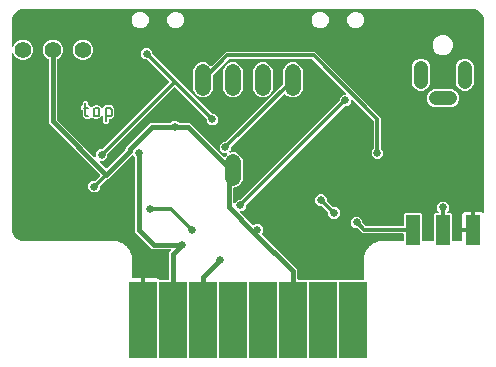
<source format=gbr>
G04 EAGLE Gerber RS-274X export*
G75*
%MOMM*%
%FSLAX34Y34*%
%LPD*%
%INTop Copper*%
%IPPOS*%
%AMOC8*
5,1,8,0,0,1.08239X$1,22.5*%
G01*
%ADD10C,0.152400*%
%ADD11C,1.208000*%
%ADD12C,1.400000*%
%ADD13C,1.320800*%
%ADD14R,1.270000X2.540000*%
%ADD15R,2.400000X6.502400*%
%ADD16C,0.304800*%
%ADD17C,0.406400*%
%ADD18C,0.654800*%

G36*
X610382Y228617D02*
X610382Y228617D01*
X610401Y228615D01*
X610503Y228637D01*
X610605Y228653D01*
X610622Y228663D01*
X610642Y228667D01*
X610731Y228720D01*
X610822Y228768D01*
X610836Y228783D01*
X610853Y228793D01*
X610920Y228872D01*
X610991Y228947D01*
X611000Y228965D01*
X611013Y228980D01*
X611052Y229076D01*
X611095Y229170D01*
X611097Y229190D01*
X611105Y229208D01*
X611123Y229375D01*
X611123Y263665D01*
X621934Y263665D01*
X622581Y263492D01*
X623160Y263158D01*
X623445Y262872D01*
X623519Y262819D01*
X623589Y262760D01*
X623619Y262748D01*
X623645Y262729D01*
X623732Y262702D01*
X623817Y262668D01*
X623858Y262663D01*
X623880Y262656D01*
X623912Y262657D01*
X623984Y262649D01*
X631000Y262649D01*
X631019Y262653D01*
X631039Y262650D01*
X631140Y262672D01*
X631242Y262689D01*
X631260Y262698D01*
X631279Y262703D01*
X631368Y262756D01*
X631460Y262804D01*
X631473Y262819D01*
X631490Y262829D01*
X631558Y262908D01*
X631629Y262983D01*
X631637Y263001D01*
X631650Y263016D01*
X631689Y263112D01*
X631733Y263206D01*
X631735Y263225D01*
X631742Y263244D01*
X631761Y263411D01*
X631761Y285953D01*
X633051Y287244D01*
X633093Y287302D01*
X633142Y287354D01*
X633164Y287401D01*
X633195Y287443D01*
X633216Y287512D01*
X633246Y287577D01*
X633252Y287629D01*
X633267Y287679D01*
X633265Y287750D01*
X633273Y287821D01*
X633262Y287872D01*
X633261Y287924D01*
X633236Y287992D01*
X633221Y288062D01*
X633194Y288107D01*
X633176Y288155D01*
X633131Y288211D01*
X633095Y288273D01*
X633055Y288307D01*
X633023Y288347D01*
X632962Y288386D01*
X632908Y288433D01*
X632860Y288452D01*
X632816Y288480D01*
X632746Y288498D01*
X632680Y288525D01*
X632608Y288533D01*
X632577Y288541D01*
X632554Y288539D01*
X632513Y288543D01*
X617652Y288543D01*
X602868Y303327D01*
X602868Y366342D01*
X602854Y366433D01*
X602846Y366523D01*
X602834Y366553D01*
X602829Y366585D01*
X602786Y366666D01*
X602750Y366750D01*
X602724Y366782D01*
X602713Y366803D01*
X602690Y366825D01*
X602645Y366881D01*
X601599Y367928D01*
X601595Y367937D01*
X601587Y367989D01*
X601553Y368052D01*
X601528Y368119D01*
X601496Y368160D01*
X601471Y368206D01*
X601419Y368255D01*
X601375Y368311D01*
X601331Y368340D01*
X601293Y368375D01*
X601228Y368406D01*
X601168Y368444D01*
X601117Y368457D01*
X601070Y368479D01*
X600999Y368487D01*
X600929Y368505D01*
X600877Y368500D01*
X600826Y368506D01*
X600755Y368491D01*
X600684Y368485D01*
X600636Y368465D01*
X600585Y368454D01*
X600524Y368417D01*
X600458Y368389D01*
X600402Y368344D01*
X600374Y368328D01*
X600359Y368310D01*
X600327Y368284D01*
X580117Y348075D01*
X579714Y348075D01*
X579624Y348060D01*
X579533Y348053D01*
X579503Y348040D01*
X579471Y348035D01*
X579390Y347992D01*
X579307Y347956D01*
X579274Y347931D01*
X579254Y347920D01*
X579232Y347896D01*
X579176Y347852D01*
X573347Y342023D01*
X573294Y341949D01*
X573234Y341879D01*
X573222Y341849D01*
X573203Y341823D01*
X573176Y341736D01*
X573142Y341651D01*
X573138Y341610D01*
X573131Y341588D01*
X573132Y341556D01*
X573124Y341484D01*
X573124Y339325D01*
X570313Y336514D01*
X566337Y336514D01*
X563526Y339325D01*
X563526Y343300D01*
X566337Y346111D01*
X568497Y346111D01*
X568587Y346126D01*
X568678Y346133D01*
X568708Y346146D01*
X568740Y346151D01*
X568820Y346194D01*
X568904Y346229D01*
X568936Y346255D01*
X568957Y346266D01*
X568979Y346289D01*
X569035Y346334D01*
X573435Y350734D01*
X573446Y350750D01*
X573462Y350762D01*
X573518Y350850D01*
X573578Y350933D01*
X573584Y350952D01*
X573595Y350969D01*
X573620Y351070D01*
X573651Y351169D01*
X573650Y351189D01*
X573655Y351208D01*
X573647Y351311D01*
X573644Y351414D01*
X573637Y351433D01*
X573636Y351453D01*
X573595Y351548D01*
X573560Y351645D01*
X573547Y351661D01*
X573540Y351679D01*
X573435Y351810D01*
X529843Y395402D01*
X529843Y448938D01*
X529824Y449052D01*
X529807Y449168D01*
X529805Y449174D01*
X529804Y449180D01*
X529749Y449283D01*
X529696Y449388D01*
X529691Y449392D01*
X529688Y449398D01*
X529604Y449478D01*
X529520Y449560D01*
X529514Y449564D01*
X529510Y449567D01*
X529493Y449575D01*
X529373Y449641D01*
X528571Y449973D01*
X526173Y452371D01*
X524875Y455504D01*
X524875Y458896D01*
X526173Y462029D01*
X528571Y464427D01*
X531704Y465725D01*
X535096Y465725D01*
X538229Y464427D01*
X540627Y462029D01*
X541925Y458896D01*
X541925Y455504D01*
X540627Y452371D01*
X538229Y449973D01*
X537427Y449641D01*
X537327Y449579D01*
X537227Y449519D01*
X537223Y449515D01*
X537218Y449511D01*
X537143Y449421D01*
X537067Y449332D01*
X537065Y449327D01*
X537061Y449322D01*
X537019Y449213D01*
X536975Y449104D01*
X536974Y449097D01*
X536973Y449092D01*
X536972Y449074D01*
X536957Y448938D01*
X536957Y398664D01*
X536971Y398573D01*
X536979Y398483D01*
X536991Y398453D01*
X536996Y398421D01*
X537039Y398340D01*
X537075Y398256D01*
X537101Y398224D01*
X537112Y398203D01*
X537135Y398181D01*
X537180Y398125D01*
X568577Y366728D01*
X568635Y366686D01*
X568687Y366637D01*
X568734Y366615D01*
X568776Y366585D01*
X568845Y366564D01*
X568910Y366533D01*
X568962Y366528D01*
X569012Y366512D01*
X569083Y366514D01*
X569154Y366506D01*
X569205Y366517D01*
X569257Y366519D01*
X569325Y366543D01*
X569395Y366559D01*
X569440Y366585D01*
X569488Y366603D01*
X569544Y366648D01*
X569606Y366685D01*
X569640Y366724D01*
X569680Y366757D01*
X569719Y366817D01*
X569766Y366872D01*
X569785Y366920D01*
X569813Y366964D01*
X569831Y367033D01*
X569858Y367100D01*
X569866Y367171D01*
X569874Y367202D01*
X569872Y367226D01*
X569876Y367267D01*
X569876Y370288D01*
X572687Y373099D01*
X574847Y373099D01*
X574937Y373113D01*
X575028Y373121D01*
X575058Y373133D01*
X575090Y373138D01*
X575170Y373181D01*
X575254Y373217D01*
X575286Y373243D01*
X575307Y373254D01*
X575329Y373277D01*
X575385Y373322D01*
X631738Y429674D01*
X631749Y429690D01*
X631765Y429703D01*
X631821Y429790D01*
X631881Y429874D01*
X631887Y429893D01*
X631898Y429910D01*
X631923Y430010D01*
X631954Y430109D01*
X631953Y430129D01*
X631958Y430148D01*
X631950Y430251D01*
X631947Y430355D01*
X631940Y430374D01*
X631939Y430394D01*
X631898Y430488D01*
X631863Y430586D01*
X631850Y430602D01*
X631842Y430620D01*
X631738Y430751D01*
X613485Y449003D01*
X613411Y449056D01*
X613342Y449116D01*
X613312Y449128D01*
X613285Y449147D01*
X613198Y449174D01*
X613114Y449208D01*
X613073Y449212D01*
X613050Y449219D01*
X613018Y449218D01*
X612947Y449226D01*
X610787Y449226D01*
X607976Y452037D01*
X607976Y456013D01*
X610787Y458824D01*
X614763Y458824D01*
X617574Y456013D01*
X617574Y453853D01*
X617588Y453763D01*
X617596Y453672D01*
X617608Y453642D01*
X617613Y453610D01*
X617656Y453530D01*
X617692Y453446D01*
X617718Y453414D01*
X617729Y453393D01*
X617752Y453371D01*
X617797Y453315D01*
X667627Y403484D01*
X667701Y403431D01*
X667771Y403372D01*
X667801Y403359D01*
X667827Y403341D01*
X667914Y403314D01*
X667999Y403280D01*
X668040Y403275D01*
X668062Y403268D01*
X668094Y403269D01*
X668166Y403261D01*
X670325Y403261D01*
X673136Y400450D01*
X673136Y396475D01*
X670325Y393664D01*
X666350Y393664D01*
X663539Y396475D01*
X663539Y398634D01*
X663524Y398724D01*
X663517Y398815D01*
X663504Y398845D01*
X663499Y398877D01*
X663456Y398958D01*
X663421Y399042D01*
X663395Y399074D01*
X663384Y399094D01*
X663361Y399117D01*
X663316Y399173D01*
X637126Y425363D01*
X637110Y425374D01*
X637097Y425390D01*
X637010Y425446D01*
X636926Y425506D01*
X636907Y425512D01*
X636890Y425523D01*
X636790Y425548D01*
X636691Y425579D01*
X636671Y425578D01*
X636652Y425583D01*
X636549Y425575D01*
X636445Y425572D01*
X636426Y425565D01*
X636407Y425564D01*
X636312Y425523D01*
X636214Y425488D01*
X636198Y425475D01*
X636180Y425467D01*
X636049Y425363D01*
X579697Y369010D01*
X579644Y368936D01*
X579584Y368867D01*
X579572Y368837D01*
X579553Y368810D01*
X579526Y368723D01*
X579492Y368639D01*
X579488Y368598D01*
X579481Y368575D01*
X579482Y368543D01*
X579474Y368472D01*
X579474Y366312D01*
X576663Y363501D01*
X573642Y363501D01*
X573571Y363490D01*
X573499Y363488D01*
X573450Y363470D01*
X573399Y363462D01*
X573336Y363428D01*
X573268Y363403D01*
X573227Y363371D01*
X573181Y363346D01*
X573132Y363295D01*
X573076Y363250D01*
X573048Y363206D01*
X573012Y363168D01*
X572982Y363103D01*
X572943Y363043D01*
X572930Y362992D01*
X572908Y362945D01*
X572900Y362874D01*
X572883Y362804D01*
X572887Y362752D01*
X572881Y362701D01*
X572897Y362630D01*
X572902Y362559D01*
X572922Y362511D01*
X572934Y362460D01*
X572970Y362399D01*
X572998Y362333D01*
X573043Y362277D01*
X573060Y362249D01*
X573078Y362234D01*
X573103Y362202D01*
X578105Y357200D01*
X578122Y357188D01*
X578134Y357172D01*
X578221Y357116D01*
X578305Y357056D01*
X578324Y357050D01*
X578341Y357039D01*
X578442Y357014D01*
X578540Y356984D01*
X578560Y356984D01*
X578580Y356979D01*
X578682Y356987D01*
X578786Y356990D01*
X578805Y356997D01*
X578825Y356998D01*
X578919Y357039D01*
X579017Y357074D01*
X579033Y357087D01*
X579051Y357095D01*
X579182Y357200D01*
X594708Y372725D01*
X594752Y372786D01*
X594786Y372823D01*
X594793Y372836D01*
X594820Y372869D01*
X594833Y372899D01*
X594851Y372925D01*
X594878Y373012D01*
X594912Y373097D01*
X594917Y373138D01*
X594924Y373160D01*
X594923Y373192D01*
X594931Y373264D01*
X594931Y374536D01*
X613758Y393363D01*
X616064Y395669D01*
X633042Y395669D01*
X633133Y395684D01*
X633223Y395691D01*
X633253Y395704D01*
X633285Y395709D01*
X633366Y395752D01*
X633450Y395787D01*
X633482Y395813D01*
X633503Y395824D01*
X633525Y395847D01*
X633581Y395892D01*
X634600Y396911D01*
X638575Y396911D01*
X639594Y395892D01*
X639668Y395839D01*
X639738Y395780D01*
X639768Y395768D01*
X639794Y395749D01*
X639881Y395722D01*
X639966Y395688D01*
X640007Y395683D01*
X640029Y395676D01*
X640061Y395677D01*
X640132Y395669D01*
X649173Y395669D01*
X677933Y366909D01*
X677949Y366898D01*
X677962Y366882D01*
X678049Y366826D01*
X678133Y366766D01*
X678152Y366760D01*
X678169Y366749D01*
X678269Y366724D01*
X678368Y366693D01*
X678388Y366694D01*
X678407Y366689D01*
X678510Y366697D01*
X678614Y366700D01*
X678633Y366707D01*
X678652Y366708D01*
X678747Y366749D01*
X678845Y366784D01*
X678860Y366797D01*
X678879Y366805D01*
X679010Y366909D01*
X680652Y368552D01*
X680694Y368610D01*
X680743Y368662D01*
X680765Y368709D01*
X680796Y368751D01*
X680817Y368820D01*
X680847Y368885D01*
X680853Y368937D01*
X680868Y368987D01*
X680866Y369058D01*
X680874Y369129D01*
X680863Y369180D01*
X680862Y369232D01*
X680837Y369300D01*
X680822Y369370D01*
X680795Y369414D01*
X680777Y369463D01*
X680732Y369519D01*
X680695Y369581D01*
X680656Y369615D01*
X680623Y369655D01*
X680563Y369694D01*
X680509Y369741D01*
X680460Y369760D01*
X680416Y369788D01*
X680347Y369806D01*
X680280Y369833D01*
X680209Y369841D01*
X680178Y369849D01*
X680155Y369847D01*
X680114Y369851D01*
X677462Y369851D01*
X674651Y372662D01*
X674651Y376638D01*
X677462Y379449D01*
X679622Y379449D01*
X679712Y379463D01*
X679803Y379471D01*
X679833Y379483D01*
X679865Y379488D01*
X679945Y379531D01*
X680029Y379567D01*
X680061Y379593D01*
X680082Y379604D01*
X680104Y379627D01*
X680160Y379672D01*
X728248Y427760D01*
X728301Y427834D01*
X728361Y427903D01*
X728373Y427933D01*
X728392Y427960D01*
X728419Y428047D01*
X728453Y428131D01*
X728457Y428172D01*
X728464Y428195D01*
X728463Y428227D01*
X728471Y428298D01*
X728471Y440021D01*
X729709Y443009D01*
X731995Y445295D01*
X734983Y446533D01*
X738217Y446533D01*
X741205Y445295D01*
X743491Y443009D01*
X744729Y440021D01*
X744729Y423579D01*
X743491Y420591D01*
X741205Y418305D01*
X738217Y417067D01*
X734983Y417067D01*
X731995Y418305D01*
X730244Y420056D01*
X730228Y420068D01*
X730216Y420083D01*
X730128Y420139D01*
X730044Y420200D01*
X730025Y420205D01*
X730009Y420216D01*
X729908Y420242D01*
X729809Y420272D01*
X729789Y420271D01*
X729770Y420276D01*
X729667Y420268D01*
X729563Y420266D01*
X729545Y420259D01*
X729525Y420257D01*
X729430Y420217D01*
X729332Y420181D01*
X729317Y420169D01*
X729299Y420161D01*
X729168Y420056D01*
X684472Y375360D01*
X684419Y375286D01*
X684359Y375217D01*
X684347Y375187D01*
X684328Y375160D01*
X684301Y375073D01*
X684267Y374989D01*
X684263Y374948D01*
X684256Y374925D01*
X684257Y374893D01*
X684249Y374822D01*
X684249Y372662D01*
X683024Y371438D01*
X682968Y371359D01*
X682905Y371284D01*
X682896Y371259D01*
X682881Y371238D01*
X682852Y371145D01*
X682817Y371054D01*
X682816Y371028D01*
X682808Y371003D01*
X682811Y370906D01*
X682807Y370809D01*
X682814Y370783D01*
X682815Y370757D01*
X682848Y370666D01*
X682875Y370572D01*
X682890Y370551D01*
X682899Y370526D01*
X682960Y370450D01*
X683016Y370370D01*
X683037Y370355D01*
X683053Y370334D01*
X683135Y370282D01*
X683213Y370223D01*
X683238Y370215D01*
X683260Y370201D01*
X683354Y370177D01*
X683447Y370147D01*
X683473Y370148D01*
X683498Y370141D01*
X683595Y370149D01*
X683693Y370150D01*
X683724Y370159D01*
X683744Y370160D01*
X683774Y370173D01*
X683854Y370196D01*
X684183Y370333D01*
X687417Y370333D01*
X690405Y369095D01*
X692691Y366809D01*
X693929Y363821D01*
X693929Y347379D01*
X692691Y344391D01*
X690405Y342105D01*
X687417Y340867D01*
X686943Y340867D01*
X686923Y340864D01*
X686904Y340866D01*
X686802Y340844D01*
X686700Y340828D01*
X686683Y340818D01*
X686663Y340814D01*
X686574Y340761D01*
X686483Y340712D01*
X686469Y340698D01*
X686452Y340688D01*
X686385Y340609D01*
X686313Y340534D01*
X686305Y340516D01*
X686292Y340501D01*
X686253Y340405D01*
X686210Y340311D01*
X686208Y340291D01*
X686200Y340273D01*
X686182Y340106D01*
X686182Y328093D01*
X686193Y328023D01*
X686195Y327951D01*
X686213Y327902D01*
X686221Y327851D01*
X686255Y327787D01*
X686280Y327720D01*
X686312Y327679D01*
X686337Y327633D01*
X686389Y327584D01*
X686433Y327528D01*
X686477Y327500D01*
X686515Y327464D01*
X686580Y327434D01*
X686640Y327395D01*
X686691Y327382D01*
X686738Y327360D01*
X686809Y327352D01*
X686879Y327335D01*
X686931Y327339D01*
X686982Y327333D01*
X687053Y327348D01*
X687124Y327354D01*
X687172Y327374D01*
X687223Y327385D01*
X687284Y327422D01*
X687350Y327450D01*
X687406Y327495D01*
X687434Y327512D01*
X687449Y327529D01*
X687481Y327555D01*
X690162Y330236D01*
X692322Y330236D01*
X692412Y330251D01*
X692503Y330258D01*
X692533Y330271D01*
X692565Y330276D01*
X692645Y330319D01*
X692729Y330354D01*
X692761Y330380D01*
X692782Y330391D01*
X692804Y330414D01*
X692860Y330459D01*
X776028Y413627D01*
X776081Y413701D01*
X776141Y413771D01*
X776153Y413801D01*
X776172Y413827D01*
X776199Y413914D01*
X776233Y413999D01*
X776237Y414040D01*
X776244Y414062D01*
X776243Y414094D01*
X776251Y414166D01*
X776251Y416325D01*
X779062Y419136D01*
X781214Y419136D01*
X781285Y419148D01*
X781357Y419150D01*
X781406Y419168D01*
X781457Y419176D01*
X781520Y419210D01*
X781588Y419234D01*
X781628Y419267D01*
X781675Y419291D01*
X781724Y419343D01*
X781780Y419388D01*
X781808Y419432D01*
X781844Y419469D01*
X781874Y419534D01*
X781913Y419595D01*
X781926Y419645D01*
X781948Y419692D01*
X781955Y419764D01*
X781973Y419833D01*
X781969Y419885D01*
X781975Y419937D01*
X781959Y420007D01*
X781954Y420078D01*
X781933Y420126D01*
X781922Y420177D01*
X781886Y420239D01*
X781857Y420305D01*
X781813Y420361D01*
X781796Y420388D01*
X781778Y420404D01*
X781753Y420436D01*
X753023Y449166D01*
X752949Y449219D01*
X752879Y449278D01*
X752849Y449291D01*
X752823Y449309D01*
X752736Y449336D01*
X752651Y449370D01*
X752610Y449375D01*
X752588Y449382D01*
X752556Y449381D01*
X752484Y449389D01*
X682616Y449389D01*
X682526Y449374D01*
X682435Y449367D01*
X682405Y449354D01*
X682373Y449349D01*
X682292Y449306D01*
X682208Y449271D01*
X682176Y449245D01*
X682156Y449234D01*
X682144Y449222D01*
X682143Y449221D01*
X682131Y449208D01*
X682077Y449166D01*
X668752Y435840D01*
X668699Y435766D01*
X668639Y435697D01*
X668627Y435667D01*
X668608Y435640D01*
X668581Y435553D01*
X668547Y435469D01*
X668543Y435428D01*
X668536Y435405D01*
X668537Y435373D01*
X668529Y435302D01*
X668529Y423579D01*
X667291Y420591D01*
X665005Y418305D01*
X662017Y417067D01*
X658783Y417067D01*
X655795Y418305D01*
X653509Y420591D01*
X652271Y423579D01*
X652271Y440021D01*
X653509Y443009D01*
X655795Y445295D01*
X658783Y446533D01*
X662017Y446533D01*
X665005Y445295D01*
X666756Y443544D01*
X666772Y443532D01*
X666784Y443517D01*
X666872Y443461D01*
X666956Y443400D01*
X666975Y443395D01*
X666991Y443384D01*
X667092Y443358D01*
X667191Y443328D01*
X667211Y443329D01*
X667230Y443324D01*
X667333Y443332D01*
X667436Y443334D01*
X667455Y443341D01*
X667475Y443343D01*
X667570Y443383D01*
X667668Y443419D01*
X667683Y443431D01*
X667701Y443439D01*
X667832Y443544D01*
X679775Y455486D01*
X755325Y455486D01*
X811086Y399725D01*
X811086Y373941D01*
X811101Y373850D01*
X811108Y373760D01*
X811121Y373730D01*
X811126Y373698D01*
X811169Y373617D01*
X811204Y373533D01*
X811230Y373501D01*
X811241Y373480D01*
X811264Y373458D01*
X811309Y373402D01*
X812836Y371875D01*
X812836Y367900D01*
X810025Y365089D01*
X806050Y365089D01*
X803239Y367900D01*
X803239Y371875D01*
X804766Y373402D01*
X804819Y373476D01*
X804878Y373546D01*
X804891Y373576D01*
X804909Y373602D01*
X804936Y373689D01*
X804970Y373774D01*
X804975Y373815D01*
X804982Y373837D01*
X804981Y373869D01*
X804989Y373941D01*
X804989Y396884D01*
X804974Y396974D01*
X804967Y397065D01*
X804954Y397095D01*
X804949Y397127D01*
X804906Y397208D01*
X804871Y397292D01*
X804845Y397324D01*
X804834Y397344D01*
X804811Y397367D01*
X804766Y397423D01*
X787148Y415040D01*
X787090Y415082D01*
X787038Y415131D01*
X786991Y415153D01*
X786949Y415184D01*
X786880Y415205D01*
X786815Y415235D01*
X786763Y415241D01*
X786713Y415256D01*
X786642Y415254D01*
X786571Y415262D01*
X786520Y415251D01*
X786468Y415250D01*
X786400Y415225D01*
X786330Y415210D01*
X786285Y415183D01*
X786237Y415165D01*
X786181Y415120D01*
X786119Y415084D01*
X786085Y415044D01*
X786045Y415012D01*
X786006Y414951D01*
X785959Y414897D01*
X785940Y414848D01*
X785912Y414805D01*
X785894Y414735D01*
X785867Y414669D01*
X785859Y414597D01*
X785851Y414566D01*
X785853Y414543D01*
X785849Y414502D01*
X785849Y412350D01*
X783038Y409539D01*
X780878Y409539D01*
X780788Y409524D01*
X780697Y409517D01*
X780667Y409504D01*
X780635Y409499D01*
X780555Y409456D01*
X780471Y409421D01*
X780439Y409395D01*
X780418Y409384D01*
X780396Y409361D01*
X780340Y409316D01*
X697172Y326148D01*
X697119Y326074D01*
X697059Y326004D01*
X697047Y325974D01*
X697028Y325948D01*
X697001Y325861D01*
X696967Y325776D01*
X696963Y325735D01*
X696956Y325713D01*
X696957Y325681D01*
X696949Y325609D01*
X696949Y323450D01*
X694138Y320639D01*
X692704Y320639D01*
X692633Y320627D01*
X692562Y320625D01*
X692513Y320607D01*
X692461Y320599D01*
X692398Y320566D01*
X692331Y320541D01*
X692290Y320508D01*
X692244Y320484D01*
X692195Y320432D01*
X692139Y320387D01*
X692110Y320343D01*
X692075Y320306D01*
X692044Y320241D01*
X692006Y320180D01*
X691993Y320130D01*
X691971Y320083D01*
X691963Y320011D01*
X691945Y319942D01*
X691950Y319890D01*
X691944Y319838D01*
X691959Y319768D01*
X691965Y319697D01*
X691985Y319649D01*
X691996Y319598D01*
X692033Y319536D01*
X692061Y319470D01*
X692106Y319414D01*
X692122Y319387D01*
X692140Y319371D01*
X692166Y319339D01*
X702640Y308865D01*
X702656Y308854D01*
X702668Y308838D01*
X702756Y308782D01*
X702839Y308722D01*
X702858Y308716D01*
X702875Y308705D01*
X702976Y308680D01*
X703075Y308649D01*
X703094Y308650D01*
X703114Y308645D01*
X703217Y308653D01*
X703320Y308656D01*
X703339Y308663D01*
X703359Y308664D01*
X703454Y308704D01*
X703551Y308740D01*
X703567Y308753D01*
X703585Y308760D01*
X703716Y308865D01*
X704450Y309599D01*
X708425Y309599D01*
X711236Y306788D01*
X711236Y302812D01*
X710503Y302079D01*
X710491Y302063D01*
X710476Y302050D01*
X710419Y301963D01*
X710359Y301879D01*
X710353Y301860D01*
X710343Y301843D01*
X710317Y301743D01*
X710287Y301644D01*
X710287Y301624D01*
X710282Y301605D01*
X710291Y301502D01*
X710293Y301398D01*
X710300Y301379D01*
X710302Y301360D01*
X710342Y301265D01*
X710378Y301167D01*
X710390Y301151D01*
X710398Y301133D01*
X710503Y301002D01*
X740157Y271348D01*
X740157Y263411D01*
X740160Y263391D01*
X740158Y263371D01*
X740180Y263270D01*
X740196Y263168D01*
X740206Y263150D01*
X740210Y263131D01*
X740263Y263042D01*
X740312Y262951D01*
X740326Y262937D01*
X740336Y262920D01*
X740415Y262852D01*
X740490Y262781D01*
X740508Y262773D01*
X740523Y262760D01*
X740619Y262721D01*
X740713Y262678D01*
X740733Y262675D01*
X740751Y262668D01*
X740918Y262649D01*
X796036Y262649D01*
X796056Y262653D01*
X796075Y262650D01*
X796177Y262672D01*
X796279Y262689D01*
X796296Y262698D01*
X796316Y262703D01*
X796405Y262756D01*
X796496Y262804D01*
X796510Y262819D01*
X796527Y262829D01*
X796594Y262908D01*
X796666Y262983D01*
X796674Y263001D01*
X796687Y263016D01*
X796726Y263112D01*
X796769Y263206D01*
X796771Y263225D01*
X796779Y263244D01*
X796797Y263411D01*
X796797Y282583D01*
X799234Y288465D01*
X800638Y289870D01*
X800691Y289944D01*
X800751Y290013D01*
X800763Y290043D01*
X800782Y290069D01*
X800809Y290156D01*
X800843Y290241D01*
X800847Y290282D01*
X800854Y290304D01*
X800853Y290337D01*
X800861Y290408D01*
X800861Y291339D01*
X801792Y291339D01*
X801882Y291354D01*
X801973Y291361D01*
X802003Y291373D01*
X802035Y291379D01*
X802116Y291421D01*
X802199Y291457D01*
X802232Y291483D01*
X802252Y291494D01*
X802274Y291517D01*
X802330Y291562D01*
X803735Y292966D01*
X809617Y295403D01*
X829564Y295403D01*
X829584Y295406D01*
X829603Y295404D01*
X829705Y295426D01*
X829807Y295442D01*
X829824Y295452D01*
X829844Y295456D01*
X829933Y295509D01*
X830024Y295558D01*
X830038Y295572D01*
X830055Y295582D01*
X830122Y295661D01*
X830194Y295736D01*
X830202Y295754D01*
X830215Y295769D01*
X830254Y295865D01*
X830297Y295959D01*
X830299Y295979D01*
X830307Y295997D01*
X830325Y296164D01*
X830325Y300990D01*
X830322Y301010D01*
X830324Y301029D01*
X830302Y301131D01*
X830286Y301233D01*
X830276Y301250D01*
X830272Y301270D01*
X830219Y301359D01*
X830170Y301450D01*
X830156Y301464D01*
X830146Y301481D01*
X830067Y301548D01*
X829992Y301620D01*
X829974Y301628D01*
X829959Y301641D01*
X829863Y301680D01*
X829769Y301723D01*
X829749Y301725D01*
X829731Y301733D01*
X829564Y301751D01*
X795662Y301751D01*
X791285Y306128D01*
X791211Y306181D01*
X791142Y306241D01*
X791112Y306253D01*
X791085Y306272D01*
X790998Y306299D01*
X790914Y306333D01*
X790873Y306337D01*
X790850Y306344D01*
X790818Y306343D01*
X790747Y306351D01*
X788587Y306351D01*
X785776Y309162D01*
X785776Y313138D01*
X788587Y315949D01*
X792563Y315949D01*
X795374Y313138D01*
X795374Y310978D01*
X795388Y310888D01*
X795396Y310797D01*
X795408Y310767D01*
X795413Y310735D01*
X795456Y310655D01*
X795492Y310571D01*
X795518Y310539D01*
X795529Y310518D01*
X795552Y310496D01*
X795597Y310440D01*
X797965Y308072D01*
X798039Y308019D01*
X798108Y307959D01*
X798138Y307947D01*
X798165Y307928D01*
X798252Y307901D01*
X798336Y307867D01*
X798377Y307863D01*
X798400Y307856D01*
X798432Y307857D01*
X798503Y307849D01*
X829564Y307849D01*
X829584Y307852D01*
X829603Y307850D01*
X829705Y307872D01*
X829807Y307888D01*
X829824Y307898D01*
X829844Y307902D01*
X829933Y307955D01*
X830024Y308004D01*
X830038Y308018D01*
X830055Y308028D01*
X830122Y308107D01*
X830194Y308182D01*
X830202Y308200D01*
X830215Y308215D01*
X830254Y308311D01*
X830297Y308405D01*
X830299Y308425D01*
X830307Y308443D01*
X830325Y308610D01*
X830325Y318132D01*
X831218Y319025D01*
X845182Y319025D01*
X846075Y318132D01*
X846075Y296164D01*
X846078Y296144D01*
X846076Y296125D01*
X846098Y296023D01*
X846114Y295921D01*
X846124Y295904D01*
X846128Y295884D01*
X846181Y295795D01*
X846230Y295704D01*
X846244Y295690D01*
X846254Y295673D01*
X846333Y295606D01*
X846408Y295534D01*
X846426Y295526D01*
X846441Y295513D01*
X846537Y295474D01*
X846631Y295431D01*
X846651Y295429D01*
X846669Y295421D01*
X846836Y295403D01*
X854964Y295403D01*
X854984Y295406D01*
X855003Y295404D01*
X855105Y295426D01*
X855207Y295442D01*
X855224Y295452D01*
X855244Y295456D01*
X855333Y295509D01*
X855424Y295558D01*
X855438Y295572D01*
X855455Y295582D01*
X855522Y295661D01*
X855594Y295736D01*
X855602Y295754D01*
X855615Y295769D01*
X855654Y295865D01*
X855697Y295959D01*
X855699Y295979D01*
X855707Y295997D01*
X855725Y296164D01*
X855725Y318132D01*
X856618Y319025D01*
X859790Y319025D01*
X859810Y319028D01*
X859829Y319026D01*
X859931Y319048D01*
X860033Y319064D01*
X860050Y319074D01*
X860070Y319078D01*
X860159Y319131D01*
X860250Y319180D01*
X860264Y319194D01*
X860281Y319204D01*
X860345Y319279D01*
X860355Y319287D01*
X860362Y319297D01*
X860420Y319358D01*
X860428Y319376D01*
X860441Y319391D01*
X860472Y319469D01*
X860488Y319494D01*
X860495Y319521D01*
X860523Y319581D01*
X860525Y319601D01*
X860533Y319619D01*
X860543Y319710D01*
X860549Y319733D01*
X860547Y319750D01*
X860551Y319786D01*
X860551Y319797D01*
X860549Y319812D01*
X860550Y319825D01*
X860536Y319889D01*
X860529Y319978D01*
X860517Y320008D01*
X860512Y320040D01*
X860498Y320065D01*
X860498Y320066D01*
X860496Y320069D01*
X860469Y320120D01*
X860433Y320204D01*
X860407Y320237D01*
X860396Y320257D01*
X860373Y320279D01*
X860328Y320335D01*
X858801Y321862D01*
X858801Y325838D01*
X861612Y328649D01*
X865588Y328649D01*
X868399Y325838D01*
X868399Y321862D01*
X866872Y320335D01*
X866819Y320261D01*
X866759Y320192D01*
X866747Y320162D01*
X866728Y320136D01*
X866701Y320049D01*
X866687Y320012D01*
X866677Y319991D01*
X866676Y319986D01*
X866667Y319964D01*
X866663Y319923D01*
X866656Y319900D01*
X866657Y319868D01*
X866649Y319797D01*
X866649Y319786D01*
X866652Y319766D01*
X866650Y319747D01*
X866661Y319694D01*
X866662Y319655D01*
X866677Y319615D01*
X866688Y319543D01*
X866698Y319526D01*
X866702Y319506D01*
X866739Y319444D01*
X866747Y319424D01*
X866762Y319404D01*
X866804Y319326D01*
X866818Y319312D01*
X866828Y319295D01*
X866896Y319237D01*
X866900Y319232D01*
X866908Y319226D01*
X866982Y319156D01*
X867000Y319148D01*
X867015Y319135D01*
X867111Y319096D01*
X867205Y319053D01*
X867225Y319051D01*
X867243Y319043D01*
X867410Y319025D01*
X870582Y319025D01*
X871475Y318132D01*
X871475Y296164D01*
X871478Y296144D01*
X871476Y296125D01*
X871498Y296023D01*
X871514Y295921D01*
X871524Y295904D01*
X871528Y295884D01*
X871581Y295795D01*
X871630Y295704D01*
X871644Y295690D01*
X871654Y295673D01*
X871733Y295606D01*
X871808Y295534D01*
X871826Y295526D01*
X871841Y295513D01*
X871937Y295474D01*
X872031Y295431D01*
X872051Y295429D01*
X872069Y295421D01*
X872236Y295403D01*
X879348Y295403D01*
X879368Y295406D01*
X879387Y295404D01*
X879489Y295426D01*
X879591Y295442D01*
X879608Y295452D01*
X879628Y295456D01*
X879717Y295509D01*
X879808Y295558D01*
X879822Y295572D01*
X879839Y295582D01*
X879906Y295661D01*
X879978Y295736D01*
X879986Y295754D01*
X879999Y295769D01*
X880038Y295865D01*
X880081Y295959D01*
X880083Y295979D01*
X880091Y295997D01*
X880109Y296164D01*
X880109Y303277D01*
X888238Y303277D01*
X888258Y303280D01*
X888277Y303278D01*
X888379Y303300D01*
X888481Y303317D01*
X888498Y303326D01*
X888518Y303330D01*
X888607Y303383D01*
X888698Y303432D01*
X888712Y303446D01*
X888729Y303456D01*
X888796Y303535D01*
X888867Y303610D01*
X888876Y303628D01*
X888889Y303643D01*
X888928Y303739D01*
X888971Y303833D01*
X888973Y303853D01*
X888981Y303871D01*
X888999Y304038D01*
X888999Y304801D01*
X889762Y304801D01*
X889782Y304804D01*
X889801Y304802D01*
X889903Y304824D01*
X890005Y304841D01*
X890022Y304850D01*
X890042Y304854D01*
X890131Y304907D01*
X890222Y304956D01*
X890236Y304970D01*
X890253Y304980D01*
X890320Y305059D01*
X890391Y305134D01*
X890400Y305152D01*
X890413Y305167D01*
X890452Y305263D01*
X890495Y305357D01*
X890497Y305377D01*
X890505Y305395D01*
X890523Y305562D01*
X890523Y320041D01*
X895684Y320041D01*
X896331Y319868D01*
X896910Y319533D01*
X897098Y319345D01*
X897156Y319304D01*
X897208Y319254D01*
X897255Y319232D01*
X897297Y319202D01*
X897366Y319181D01*
X897431Y319151D01*
X897483Y319145D01*
X897533Y319129D01*
X897604Y319131D01*
X897675Y319123D01*
X897726Y319135D01*
X897778Y319136D01*
X897846Y319160D01*
X897916Y319176D01*
X897961Y319202D01*
X898009Y319220D01*
X898065Y319265D01*
X898127Y319302D01*
X898161Y319341D01*
X898201Y319374D01*
X898240Y319434D01*
X898287Y319489D01*
X898306Y319537D01*
X898334Y319581D01*
X898352Y319650D01*
X898379Y319717D01*
X898387Y319788D01*
X898395Y319819D01*
X898393Y319843D01*
X898397Y319884D01*
X898397Y482600D01*
X898393Y482626D01*
X898394Y482675D01*
X898228Y484359D01*
X898220Y484387D01*
X898220Y484415D01*
X898173Y484576D01*
X896884Y487689D01*
X896849Y487745D01*
X896824Y487805D01*
X896772Y487870D01*
X896754Y487898D01*
X896739Y487911D01*
X896719Y487936D01*
X894336Y490319D01*
X894283Y490357D01*
X894236Y490403D01*
X894163Y490443D01*
X894136Y490462D01*
X894118Y490468D01*
X894089Y490484D01*
X890976Y491773D01*
X890949Y491780D01*
X890924Y491793D01*
X890759Y491828D01*
X889075Y491994D01*
X889048Y491992D01*
X889000Y491997D01*
X508000Y491997D01*
X507974Y491993D01*
X507925Y491994D01*
X506241Y491828D01*
X506213Y491820D01*
X506185Y491820D01*
X506024Y491773D01*
X502911Y490484D01*
X502855Y490449D01*
X502795Y490424D01*
X502730Y490372D01*
X502702Y490354D01*
X502689Y490339D01*
X502664Y490319D01*
X500281Y487936D01*
X500243Y487883D01*
X500197Y487836D01*
X500157Y487763D01*
X500138Y487736D01*
X500132Y487718D01*
X500116Y487689D01*
X498827Y484576D01*
X498820Y484549D01*
X498807Y484524D01*
X498772Y484359D01*
X498606Y482675D01*
X498608Y482648D01*
X498603Y482600D01*
X498603Y460616D01*
X498618Y460520D01*
X498628Y460423D01*
X498638Y460399D01*
X498642Y460373D01*
X498688Y460287D01*
X498728Y460198D01*
X498745Y460179D01*
X498758Y460156D01*
X498828Y460089D01*
X498894Y460017D01*
X498917Y460005D01*
X498936Y459987D01*
X499024Y459946D01*
X499110Y459899D01*
X499135Y459894D01*
X499159Y459883D01*
X499256Y459872D01*
X499352Y459855D01*
X499378Y459859D01*
X499403Y459856D01*
X499499Y459877D01*
X499595Y459891D01*
X499618Y459903D01*
X499644Y459908D01*
X499727Y459958D01*
X499814Y460002D01*
X499833Y460021D01*
X499855Y460034D01*
X499918Y460108D01*
X499986Y460178D01*
X500002Y460207D01*
X500015Y460221D01*
X500027Y460252D01*
X500067Y460325D01*
X500773Y462029D01*
X503171Y464427D01*
X506304Y465725D01*
X509696Y465725D01*
X512829Y464427D01*
X515227Y462029D01*
X516525Y458896D01*
X516525Y455504D01*
X515227Y452371D01*
X512829Y449973D01*
X509696Y448675D01*
X506304Y448675D01*
X503171Y449973D01*
X500773Y452371D01*
X500067Y454075D01*
X500016Y454158D01*
X499970Y454244D01*
X499952Y454262D01*
X499938Y454284D01*
X499862Y454346D01*
X499792Y454413D01*
X499768Y454424D01*
X499748Y454441D01*
X499657Y454476D01*
X499569Y454517D01*
X499543Y454520D01*
X499519Y454529D01*
X499421Y454533D01*
X499325Y454544D01*
X499299Y454538D01*
X499273Y454540D01*
X499179Y454512D01*
X499084Y454492D01*
X499062Y454478D01*
X499037Y454471D01*
X498957Y454416D01*
X498873Y454366D01*
X498856Y454346D01*
X498835Y454331D01*
X498776Y454253D01*
X498713Y454179D01*
X498703Y454154D01*
X498688Y454133D01*
X498658Y454041D01*
X498621Y453951D01*
X498618Y453918D01*
X498612Y453900D01*
X498612Y453867D01*
X498603Y453784D01*
X498603Y304800D01*
X498607Y304774D01*
X498606Y304725D01*
X498772Y303041D01*
X498780Y303013D01*
X498780Y302985D01*
X498827Y302824D01*
X500116Y299711D01*
X500151Y299655D01*
X500176Y299595D01*
X500228Y299530D01*
X500246Y299502D01*
X500261Y299489D01*
X500281Y299464D01*
X502664Y297081D01*
X502717Y297043D01*
X502764Y296997D01*
X502837Y296957D01*
X502864Y296938D01*
X502882Y296932D01*
X502911Y296916D01*
X506024Y295627D01*
X506051Y295620D01*
X506076Y295607D01*
X506241Y295572D01*
X507925Y295406D01*
X507952Y295408D01*
X508000Y295403D01*
X587383Y295403D01*
X593265Y292966D01*
X594670Y291562D01*
X594744Y291509D01*
X594813Y291449D01*
X594843Y291437D01*
X594869Y291418D01*
X594956Y291391D01*
X595041Y291357D01*
X595082Y291353D01*
X595104Y291346D01*
X595137Y291347D01*
X595208Y291339D01*
X596139Y291339D01*
X596139Y290408D01*
X596154Y290318D01*
X596161Y290227D01*
X596173Y290197D01*
X596179Y290165D01*
X596221Y290084D01*
X596257Y290001D01*
X596283Y289968D01*
X596294Y289948D01*
X596317Y289926D01*
X596362Y289870D01*
X597766Y288465D01*
X600203Y282583D01*
X600203Y264427D01*
X600206Y264407D01*
X600204Y264387D01*
X600226Y264286D01*
X600242Y264184D01*
X600252Y264166D01*
X600256Y264147D01*
X600309Y264058D01*
X600358Y263967D01*
X600372Y263953D01*
X600382Y263936D01*
X600461Y263868D01*
X600536Y263797D01*
X600554Y263789D01*
X600569Y263776D01*
X600665Y263737D01*
X600759Y263694D01*
X600779Y263691D01*
X600797Y263684D01*
X600964Y263665D01*
X608077Y263665D01*
X608077Y229375D01*
X608080Y229355D01*
X608078Y229335D01*
X608100Y229234D01*
X608117Y229132D01*
X608126Y229114D01*
X608130Y229095D01*
X608183Y229006D01*
X608232Y228915D01*
X608246Y228901D01*
X608256Y228884D01*
X608335Y228817D01*
X608410Y228745D01*
X608428Y228737D01*
X608443Y228724D01*
X608539Y228685D01*
X608633Y228642D01*
X608653Y228639D01*
X608671Y228632D01*
X608838Y228614D01*
X610362Y228614D01*
X610382Y228617D01*
G37*
%LPC*%
G36*
X709583Y417067D02*
X709583Y417067D01*
X706595Y418305D01*
X704309Y420591D01*
X703071Y423579D01*
X703071Y440021D01*
X704309Y443009D01*
X706595Y445295D01*
X709583Y446533D01*
X712817Y446533D01*
X715805Y445295D01*
X718091Y443009D01*
X719329Y440021D01*
X719329Y423579D01*
X718091Y420591D01*
X715805Y418305D01*
X712817Y417067D01*
X709583Y417067D01*
G37*
%LPD*%
%LPC*%
G36*
X684183Y417067D02*
X684183Y417067D01*
X681195Y418305D01*
X678909Y420591D01*
X677671Y423579D01*
X677671Y440021D01*
X678909Y443009D01*
X681195Y445295D01*
X684183Y446533D01*
X687417Y446533D01*
X690405Y445295D01*
X692691Y443009D01*
X693929Y440021D01*
X693929Y423579D01*
X692691Y420591D01*
X690405Y418305D01*
X687417Y417067D01*
X684183Y417067D01*
G37*
%LPD*%
%LPC*%
G36*
X843595Y422595D02*
X843595Y422595D01*
X840815Y423747D01*
X838687Y425875D01*
X837535Y428655D01*
X837535Y443745D01*
X838687Y446525D01*
X840815Y448653D01*
X843595Y449805D01*
X846605Y449805D01*
X849385Y448653D01*
X851513Y446525D01*
X852665Y443745D01*
X852665Y428655D01*
X851513Y425875D01*
X849385Y423747D01*
X846605Y422595D01*
X843595Y422595D01*
G37*
%LPD*%
%LPC*%
G36*
X880595Y422595D02*
X880595Y422595D01*
X877815Y423747D01*
X875687Y425875D01*
X874535Y428655D01*
X874535Y443745D01*
X875687Y446525D01*
X877815Y448653D01*
X880595Y449805D01*
X883605Y449805D01*
X886385Y448653D01*
X888513Y446525D01*
X889665Y443745D01*
X889665Y428655D01*
X888513Y425875D01*
X886385Y423747D01*
X883605Y422595D01*
X880595Y422595D01*
G37*
%LPD*%
%LPC*%
G36*
X856055Y408635D02*
X856055Y408635D01*
X853275Y409787D01*
X851147Y411915D01*
X849995Y414695D01*
X849995Y417705D01*
X851147Y420485D01*
X853275Y422613D01*
X856055Y423765D01*
X871145Y423765D01*
X873925Y422613D01*
X876053Y420485D01*
X877205Y417705D01*
X877205Y414695D01*
X876053Y411915D01*
X873925Y409787D01*
X871145Y408635D01*
X856055Y408635D01*
G37*
%LPD*%
%LPC*%
G36*
X577233Y394800D02*
X577233Y394800D01*
X575893Y396139D01*
X575893Y400531D01*
X575892Y400539D01*
X575893Y400547D01*
X575872Y400661D01*
X575854Y400774D01*
X575850Y400781D01*
X575848Y400789D01*
X575792Y400890D01*
X575739Y400991D01*
X575733Y400997D01*
X575729Y401004D01*
X575643Y401082D01*
X575560Y401161D01*
X575553Y401164D01*
X575547Y401170D01*
X575442Y401216D01*
X575337Y401264D01*
X575329Y401265D01*
X575322Y401269D01*
X575207Y401279D01*
X575093Y401292D01*
X575085Y401290D01*
X575077Y401291D01*
X574965Y401264D01*
X574852Y401239D01*
X574845Y401235D01*
X574838Y401233D01*
X574740Y401172D01*
X574641Y401113D01*
X574636Y401107D01*
X574629Y401103D01*
X574516Y400979D01*
X573251Y399238D01*
X570303Y398280D01*
X567355Y399238D01*
X566865Y399911D01*
X566809Y399967D01*
X566759Y400029D01*
X566722Y400053D01*
X566691Y400084D01*
X566619Y400119D01*
X566552Y400162D01*
X566509Y400173D01*
X566470Y400193D01*
X566391Y400203D01*
X566314Y400222D01*
X566270Y400219D01*
X566226Y400225D01*
X566148Y400209D01*
X566069Y400203D01*
X566028Y400186D01*
X565985Y400177D01*
X565915Y400138D01*
X565842Y400107D01*
X565797Y400070D01*
X565771Y400056D01*
X565752Y400035D01*
X565711Y400002D01*
X564235Y398525D01*
X563929Y398525D01*
X561555Y398525D01*
X559629Y399637D01*
X558517Y401563D01*
X558517Y405758D01*
X558502Y405848D01*
X558495Y405939D01*
X558483Y405969D01*
X558477Y406001D01*
X558435Y406082D01*
X558399Y406166D01*
X558373Y406198D01*
X558362Y406219D01*
X558339Y406241D01*
X558294Y406297D01*
X557275Y407315D01*
X557275Y409210D01*
X558294Y410229D01*
X558347Y410303D01*
X558407Y410372D01*
X558419Y410402D01*
X558438Y410428D01*
X558464Y410515D01*
X558499Y410600D01*
X558503Y410641D01*
X558510Y410663D01*
X558509Y410696D01*
X558517Y410767D01*
X558517Y412935D01*
X559857Y414275D01*
X561751Y414275D01*
X563090Y412935D01*
X563090Y411311D01*
X563094Y411292D01*
X563092Y411274D01*
X563092Y411273D01*
X563092Y411271D01*
X563114Y411170D01*
X563130Y411068D01*
X563140Y411050D01*
X563144Y411031D01*
X563197Y410942D01*
X563245Y410851D01*
X563260Y410837D01*
X563270Y410820D01*
X563349Y410752D01*
X563424Y410681D01*
X563442Y410673D01*
X563457Y410660D01*
X563553Y410621D01*
X563647Y410578D01*
X563666Y410575D01*
X563685Y410568D01*
X563852Y410549D01*
X564235Y410549D01*
X565711Y409073D01*
X565776Y409026D01*
X565835Y408973D01*
X565875Y408955D01*
X565911Y408929D01*
X565987Y408906D01*
X566060Y408874D01*
X566104Y408870D01*
X566146Y408857D01*
X566226Y408859D01*
X566305Y408852D01*
X566348Y408862D01*
X566392Y408863D01*
X566467Y408890D01*
X566544Y408909D01*
X566582Y408932D01*
X566623Y408947D01*
X566685Y408997D01*
X566753Y409039D01*
X566792Y409083D01*
X566815Y409101D01*
X566830Y409124D01*
X566866Y409163D01*
X567355Y409837D01*
X570303Y410795D01*
X573251Y409837D01*
X574516Y408096D01*
X574522Y408090D01*
X574526Y408083D01*
X574609Y408004D01*
X574691Y407923D01*
X574698Y407919D01*
X574704Y407914D01*
X574809Y407865D01*
X574912Y407814D01*
X574920Y407813D01*
X574927Y407810D01*
X575041Y407797D01*
X575156Y407782D01*
X575164Y407784D01*
X575172Y407783D01*
X575284Y407807D01*
X575397Y407830D01*
X575404Y407834D01*
X575412Y407835D01*
X575511Y407894D01*
X575611Y407951D01*
X575616Y407957D01*
X575623Y407961D01*
X575698Y408049D01*
X575775Y408135D01*
X575778Y408142D01*
X575783Y408148D01*
X575826Y408256D01*
X575871Y408361D01*
X575872Y408369D01*
X575875Y408376D01*
X575893Y408543D01*
X575893Y409210D01*
X577233Y410549D01*
X582396Y410549D01*
X584322Y409438D01*
X585434Y407512D01*
X585434Y400956D01*
X583003Y398525D01*
X581285Y398525D01*
X581228Y398525D01*
X581208Y398522D01*
X581189Y398524D01*
X581087Y398502D01*
X580985Y398485D01*
X580968Y398476D01*
X580948Y398472D01*
X580859Y398419D01*
X580768Y398370D01*
X580754Y398356D01*
X580737Y398346D01*
X580670Y398267D01*
X580599Y398192D01*
X580590Y398174D01*
X580577Y398159D01*
X580538Y398063D01*
X580495Y397969D01*
X580493Y397949D01*
X580485Y397931D01*
X580467Y397764D01*
X580467Y396139D01*
X579127Y394800D01*
X577233Y394800D01*
G37*
%LPD*%
%LPC*%
G36*
X861901Y452659D02*
X861901Y452659D01*
X858762Y453960D01*
X856360Y456362D01*
X855059Y459501D01*
X855059Y462899D01*
X856360Y466038D01*
X858762Y468440D01*
X861901Y469741D01*
X865299Y469741D01*
X868438Y468440D01*
X870840Y466038D01*
X872141Y462899D01*
X872141Y459501D01*
X870840Y456362D01*
X868438Y453960D01*
X865299Y452659D01*
X861901Y452659D01*
G37*
%LPD*%
%LPC*%
G36*
X557104Y448675D02*
X557104Y448675D01*
X553971Y449973D01*
X551573Y452371D01*
X550275Y455504D01*
X550275Y458896D01*
X551573Y462029D01*
X553971Y464427D01*
X557104Y465725D01*
X560496Y465725D01*
X563629Y464427D01*
X566027Y462029D01*
X567325Y458896D01*
X567325Y455504D01*
X566027Y452371D01*
X563629Y449973D01*
X560496Y448675D01*
X557104Y448675D01*
G37*
%LPD*%
%LPC*%
G36*
X769537Y314289D02*
X769537Y314289D01*
X766726Y317100D01*
X766726Y319259D01*
X766712Y319349D01*
X766704Y319440D01*
X766692Y319470D01*
X766687Y319502D01*
X766644Y319583D01*
X766608Y319667D01*
X766582Y319699D01*
X766571Y319719D01*
X766548Y319742D01*
X766503Y319798D01*
X761123Y325178D01*
X761049Y325231D01*
X760979Y325291D01*
X760949Y325303D01*
X760923Y325322D01*
X760836Y325349D01*
X760751Y325383D01*
X760710Y325387D01*
X760688Y325394D01*
X760656Y325393D01*
X760584Y325401D01*
X758425Y325401D01*
X755614Y328212D01*
X755614Y332188D01*
X758425Y334999D01*
X762400Y334999D01*
X765211Y332188D01*
X765211Y330028D01*
X765226Y329938D01*
X765233Y329847D01*
X765246Y329817D01*
X765251Y329785D01*
X765294Y329705D01*
X765329Y329621D01*
X765355Y329589D01*
X765366Y329568D01*
X765389Y329546D01*
X765434Y329490D01*
X770815Y324109D01*
X770889Y324056D01*
X770958Y323997D01*
X770988Y323984D01*
X771015Y323966D01*
X771102Y323939D01*
X771186Y323905D01*
X771227Y323900D01*
X771250Y323893D01*
X771282Y323894D01*
X771353Y323886D01*
X773513Y323886D01*
X776324Y321075D01*
X776324Y317100D01*
X773513Y314289D01*
X769537Y314289D01*
G37*
%LPD*%
%LPC*%
G36*
X788300Y475559D02*
X788300Y475559D01*
X785712Y476631D01*
X783731Y478612D01*
X782659Y481200D01*
X782659Y484000D01*
X783731Y486588D01*
X785712Y488569D01*
X788300Y489641D01*
X791100Y489641D01*
X793688Y488569D01*
X795669Y486588D01*
X796741Y484000D01*
X796741Y481200D01*
X795669Y478612D01*
X793688Y476631D01*
X791100Y475559D01*
X788300Y475559D01*
G37*
%LPD*%
%LPC*%
G36*
X605900Y475559D02*
X605900Y475559D01*
X603312Y476631D01*
X601331Y478612D01*
X600259Y481200D01*
X600259Y484000D01*
X601331Y486588D01*
X603312Y488569D01*
X605900Y489641D01*
X608700Y489641D01*
X611288Y488569D01*
X613269Y486588D01*
X614341Y484000D01*
X614341Y481200D01*
X613269Y478612D01*
X611288Y476631D01*
X608700Y475559D01*
X605900Y475559D01*
G37*
%LPD*%
%LPC*%
G36*
X635900Y475559D02*
X635900Y475559D01*
X633312Y476631D01*
X631331Y478612D01*
X630259Y481200D01*
X630259Y484000D01*
X631331Y486588D01*
X633312Y488569D01*
X635900Y489641D01*
X638700Y489641D01*
X641288Y488569D01*
X643269Y486588D01*
X644341Y484000D01*
X644341Y481200D01*
X643269Y478612D01*
X641288Y476631D01*
X638700Y475559D01*
X635900Y475559D01*
G37*
%LPD*%
%LPC*%
G36*
X758300Y475559D02*
X758300Y475559D01*
X755712Y476631D01*
X753731Y478612D01*
X752659Y481200D01*
X752659Y484000D01*
X753731Y486588D01*
X755712Y488569D01*
X758300Y489641D01*
X761100Y489641D01*
X763688Y488569D01*
X765669Y486588D01*
X766741Y484000D01*
X766741Y481200D01*
X765669Y478612D01*
X763688Y476631D01*
X761100Y475559D01*
X758300Y475559D01*
G37*
%LPD*%
%LPC*%
G36*
X880109Y306323D02*
X880109Y306323D01*
X880109Y317834D01*
X880282Y318481D01*
X880617Y319060D01*
X881090Y319533D01*
X881669Y319868D01*
X882316Y320041D01*
X887477Y320041D01*
X887477Y306323D01*
X880109Y306323D01*
G37*
%LPD*%
D10*
X559562Y408263D02*
X563287Y408263D01*
X560804Y411988D02*
X560804Y402675D01*
X560803Y402675D02*
X560805Y402591D01*
X560810Y402508D01*
X560820Y402425D01*
X560833Y402342D01*
X560850Y402260D01*
X560870Y402179D01*
X560894Y402099D01*
X560922Y402020D01*
X560953Y401943D01*
X560987Y401867D01*
X561025Y401792D01*
X561067Y401719D01*
X561111Y401649D01*
X561159Y401580D01*
X561209Y401513D01*
X561263Y401449D01*
X561319Y401388D01*
X561379Y401328D01*
X561440Y401272D01*
X561504Y401218D01*
X561571Y401168D01*
X561640Y401120D01*
X561710Y401076D01*
X561783Y401034D01*
X561858Y400996D01*
X561934Y400962D01*
X562011Y400931D01*
X562090Y400903D01*
X562170Y400879D01*
X562251Y400859D01*
X562333Y400842D01*
X562416Y400829D01*
X562499Y400819D01*
X562582Y400814D01*
X562666Y400812D01*
X563287Y400812D01*
X567820Y403296D02*
X567820Y405779D01*
X567819Y405779D02*
X567821Y405878D01*
X567827Y405976D01*
X567837Y406075D01*
X567850Y406172D01*
X567868Y406270D01*
X567889Y406366D01*
X567915Y406462D01*
X567944Y406556D01*
X567976Y406649D01*
X568013Y406741D01*
X568053Y406831D01*
X568097Y406920D01*
X568144Y407007D01*
X568194Y407092D01*
X568248Y407174D01*
X568305Y407255D01*
X568365Y407333D01*
X568429Y407409D01*
X568495Y407482D01*
X568564Y407553D01*
X568636Y407621D01*
X568711Y407685D01*
X568788Y407747D01*
X568867Y407806D01*
X568949Y407861D01*
X569033Y407914D01*
X569118Y407962D01*
X569206Y408008D01*
X569296Y408050D01*
X569387Y408088D01*
X569479Y408122D01*
X569573Y408153D01*
X569668Y408180D01*
X569764Y408204D01*
X569861Y408223D01*
X569958Y408239D01*
X570056Y408251D01*
X570155Y408259D01*
X570254Y408263D01*
X570352Y408263D01*
X570451Y408259D01*
X570550Y408251D01*
X570648Y408239D01*
X570745Y408223D01*
X570842Y408204D01*
X570938Y408180D01*
X571033Y408153D01*
X571127Y408122D01*
X571219Y408088D01*
X571310Y408050D01*
X571400Y408008D01*
X571488Y407962D01*
X571573Y407914D01*
X571657Y407861D01*
X571739Y407806D01*
X571818Y407747D01*
X571895Y407685D01*
X571970Y407621D01*
X572042Y407553D01*
X572111Y407482D01*
X572177Y407409D01*
X572241Y407333D01*
X572301Y407255D01*
X572358Y407174D01*
X572412Y407092D01*
X572462Y407007D01*
X572509Y406920D01*
X572553Y406831D01*
X572593Y406741D01*
X572630Y406649D01*
X572662Y406556D01*
X572691Y406462D01*
X572717Y406366D01*
X572738Y406270D01*
X572756Y406172D01*
X572769Y406075D01*
X572779Y405976D01*
X572785Y405878D01*
X572787Y405779D01*
X572787Y403296D01*
X572785Y403197D01*
X572779Y403099D01*
X572769Y403000D01*
X572756Y402903D01*
X572738Y402805D01*
X572717Y402709D01*
X572691Y402613D01*
X572662Y402519D01*
X572630Y402426D01*
X572593Y402334D01*
X572553Y402244D01*
X572509Y402155D01*
X572462Y402068D01*
X572412Y401983D01*
X572358Y401901D01*
X572301Y401820D01*
X572241Y401742D01*
X572177Y401666D01*
X572111Y401593D01*
X572042Y401522D01*
X571970Y401454D01*
X571895Y401390D01*
X571818Y401328D01*
X571739Y401269D01*
X571657Y401214D01*
X571573Y401161D01*
X571488Y401113D01*
X571400Y401067D01*
X571310Y401025D01*
X571219Y400987D01*
X571127Y400953D01*
X571033Y400922D01*
X570938Y400895D01*
X570842Y400871D01*
X570745Y400852D01*
X570648Y400836D01*
X570550Y400824D01*
X570451Y400816D01*
X570352Y400812D01*
X570254Y400812D01*
X570155Y400816D01*
X570056Y400824D01*
X569958Y400836D01*
X569861Y400852D01*
X569764Y400871D01*
X569668Y400895D01*
X569573Y400922D01*
X569479Y400953D01*
X569387Y400987D01*
X569296Y401025D01*
X569206Y401067D01*
X569118Y401113D01*
X569033Y401161D01*
X568949Y401214D01*
X568867Y401269D01*
X568788Y401328D01*
X568711Y401390D01*
X568636Y401454D01*
X568564Y401522D01*
X568495Y401593D01*
X568429Y401666D01*
X568365Y401742D01*
X568305Y401820D01*
X568248Y401901D01*
X568194Y401983D01*
X568144Y402068D01*
X568097Y402155D01*
X568053Y402244D01*
X568013Y402334D01*
X567976Y402426D01*
X567944Y402519D01*
X567915Y402613D01*
X567889Y402709D01*
X567868Y402805D01*
X567850Y402903D01*
X567837Y403000D01*
X567827Y403099D01*
X567821Y403197D01*
X567819Y403296D01*
X578180Y408263D02*
X578180Y397087D01*
X578180Y408263D02*
X581285Y408263D01*
X581369Y408261D01*
X581452Y408256D01*
X581535Y408246D01*
X581618Y408233D01*
X581700Y408216D01*
X581781Y408196D01*
X581861Y408172D01*
X581940Y408144D01*
X582017Y408113D01*
X582093Y408079D01*
X582168Y408041D01*
X582241Y407999D01*
X582311Y407955D01*
X582380Y407907D01*
X582447Y407857D01*
X582511Y407803D01*
X582572Y407747D01*
X582632Y407687D01*
X582688Y407626D01*
X582742Y407562D01*
X582792Y407495D01*
X582840Y407426D01*
X582884Y407356D01*
X582926Y407283D01*
X582964Y407208D01*
X582998Y407132D01*
X583029Y407055D01*
X583057Y406976D01*
X583081Y406896D01*
X583101Y406815D01*
X583118Y406733D01*
X583131Y406650D01*
X583141Y406567D01*
X583146Y406484D01*
X583148Y406400D01*
X583147Y406400D02*
X583147Y402675D01*
X583148Y402675D02*
X583146Y402589D01*
X583140Y402503D01*
X583130Y402418D01*
X583116Y402333D01*
X583099Y402248D01*
X583077Y402165D01*
X583051Y402083D01*
X583022Y402002D01*
X582989Y401923D01*
X582953Y401845D01*
X582913Y401768D01*
X582869Y401694D01*
X582822Y401622D01*
X582772Y401552D01*
X582718Y401485D01*
X582662Y401420D01*
X582602Y401358D01*
X582540Y401298D01*
X582475Y401242D01*
X582408Y401188D01*
X582338Y401138D01*
X582266Y401091D01*
X582192Y401047D01*
X582115Y401007D01*
X582038Y400971D01*
X581958Y400938D01*
X581877Y400909D01*
X581795Y400883D01*
X581712Y400861D01*
X581627Y400844D01*
X581542Y400830D01*
X581457Y400820D01*
X581371Y400814D01*
X581285Y400812D01*
X578180Y400812D01*
D11*
X857560Y416200D02*
X869640Y416200D01*
X845100Y430160D02*
X845100Y442240D01*
X882100Y442240D02*
X882100Y430160D01*
D12*
X508000Y457200D03*
X533400Y457200D03*
X558800Y457200D03*
D13*
X660400Y438404D02*
X660400Y425196D01*
X685800Y425196D02*
X685800Y438404D01*
X711200Y438404D02*
X711200Y425196D01*
X736600Y425196D02*
X736600Y438404D01*
X685800Y362204D02*
X685800Y348996D01*
D14*
X863600Y304800D03*
X889000Y304800D03*
X838200Y304800D03*
D15*
X685800Y228613D03*
X711200Y228613D03*
X736600Y228613D03*
X762000Y228613D03*
X787400Y228613D03*
X660400Y228613D03*
X635000Y228613D03*
X609600Y228613D03*
D16*
X863600Y304800D02*
X863600Y323850D01*
D17*
X647700Y392113D02*
X636588Y392113D01*
X647700Y392113D02*
X684213Y355600D01*
D16*
X685800Y355600D01*
D17*
X598488Y371475D02*
X578644Y351631D01*
D16*
X568325Y341313D01*
D17*
X598488Y371475D02*
X598488Y373063D01*
X617538Y392113D01*
X636588Y392113D01*
X533400Y396875D02*
X533400Y457200D01*
X533400Y396875D02*
X578644Y351631D01*
X736600Y269875D02*
X736600Y228613D01*
X704056Y302419D02*
X682625Y323850D01*
X704056Y302419D02*
X736600Y269875D01*
X682625Y323850D02*
X682625Y355600D01*
X685800Y355600D01*
D16*
X706438Y304800D02*
X704056Y302419D01*
D18*
X863600Y323850D03*
X636588Y392113D03*
X568325Y341313D03*
X706438Y304800D03*
D17*
X642938Y292100D02*
X635318Y284480D01*
X635318Y230505D01*
D16*
X635000Y230188D01*
X635000Y228613D01*
D17*
X606425Y304800D02*
X606425Y369888D01*
X606425Y304800D02*
X619125Y292100D01*
X642938Y292100D01*
D16*
X796925Y304800D02*
X838200Y304800D01*
X796925Y304800D02*
X790575Y311150D01*
D18*
X642938Y292100D03*
X606425Y369888D03*
X790575Y311150D03*
D16*
X808038Y369888D02*
X808038Y398463D01*
X754063Y452438D01*
X681038Y452438D01*
X660400Y431800D01*
D18*
X808038Y369888D03*
D16*
X636588Y430213D02*
X612775Y454025D01*
X636588Y430213D02*
X668338Y398463D01*
X636588Y430213D02*
X574675Y368300D01*
D18*
X668338Y398463D03*
X612775Y454025D03*
X574675Y368300D03*
X792163Y393700D03*
D16*
X650875Y304800D02*
X633413Y322263D01*
X615950Y322263D01*
D18*
X650875Y304800D03*
X615950Y322263D03*
D16*
X679450Y374650D02*
X736600Y431800D01*
D18*
X679450Y374650D03*
D17*
X674688Y279400D02*
X660400Y265113D01*
X660400Y230188D01*
D16*
X660400Y228613D01*
D18*
X674688Y279400D03*
D16*
X692150Y325438D02*
X781050Y414338D01*
D18*
X692150Y325438D03*
X781050Y414338D03*
D16*
X760413Y330200D02*
X771525Y319088D01*
D18*
X771525Y319088D03*
X760413Y330200D03*
M02*

</source>
